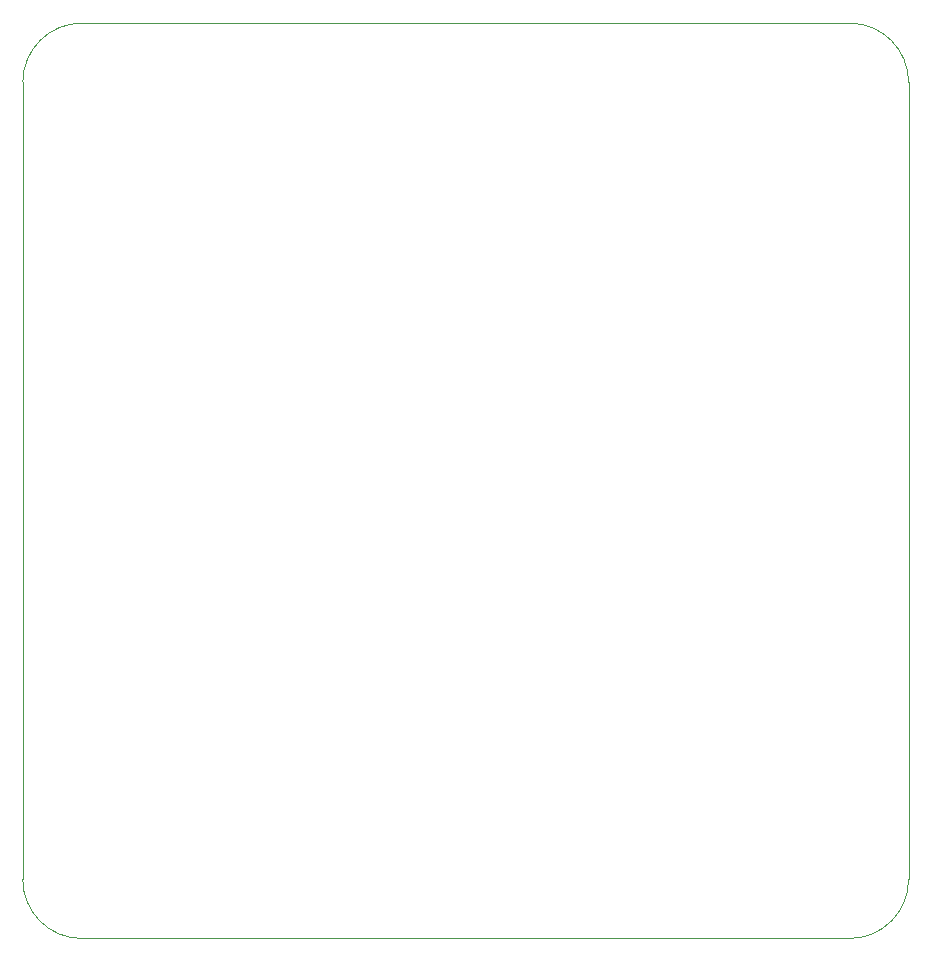
<source format=gbr>
G04 #@! TF.GenerationSoftware,KiCad,Pcbnew,6.0.10+dfsg-1~bpo11+1*
G04 #@! TF.ProjectId,pwr,7077722e-6b69-4636-9164-5f7063625858,rev?*
G04 #@! TF.SameCoordinates,Original*
G04 #@! TF.FileFunction,Paste,Bot*
G04 #@! TF.FilePolarity,Positive*
%FSLAX46Y46*%
G04 Gerber Fmt 4.6, Leading zero omitted, Abs format (unit mm)*
%MOMM*%
%LPD*%
G01*
G04 APERTURE LIST*
G04 #@! TA.AperFunction,Profile*
%ADD10C,0.100000*%
G04 #@! TD*
G04 APERTURE END LIST*
D10*
X184000000Y-60000000D02*
G75*
G03*
X179000000Y-55000000I-5000000J0D01*
G01*
X179000000Y-132500000D02*
G75*
G03*
X184000000Y-127500000I0J5000000D01*
G01*
X109000000Y-127500000D02*
X109000000Y-60000000D01*
X179000000Y-132500000D02*
X114000000Y-132500000D01*
X114000000Y-55000000D02*
G75*
G03*
X109000000Y-60000000I0J-5000000D01*
G01*
X184000000Y-60000000D02*
X184000000Y-127500000D01*
X109000000Y-127500000D02*
G75*
G03*
X114000000Y-132500000I5000000J0D01*
G01*
X114000000Y-55000000D02*
X179000000Y-55000000D01*
M02*

</source>
